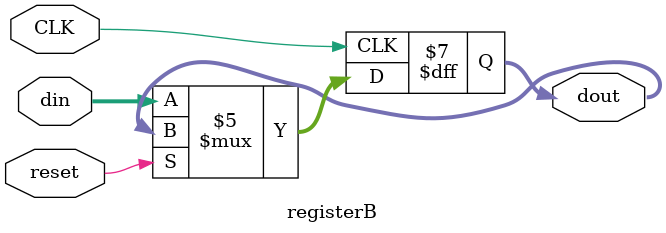
<source format=v>
`timescale 1ns / 1ps
module registerB(
    input [5:0] din,
	 input reset,
    output reg [5:0] dout,
    input CLK
    );

initial begin
	dout = 0;
end

always @ (posedge(CLK))
begin
	if (reset != 1) begin 
		dout = din;
	end
end
endmodule

</source>
